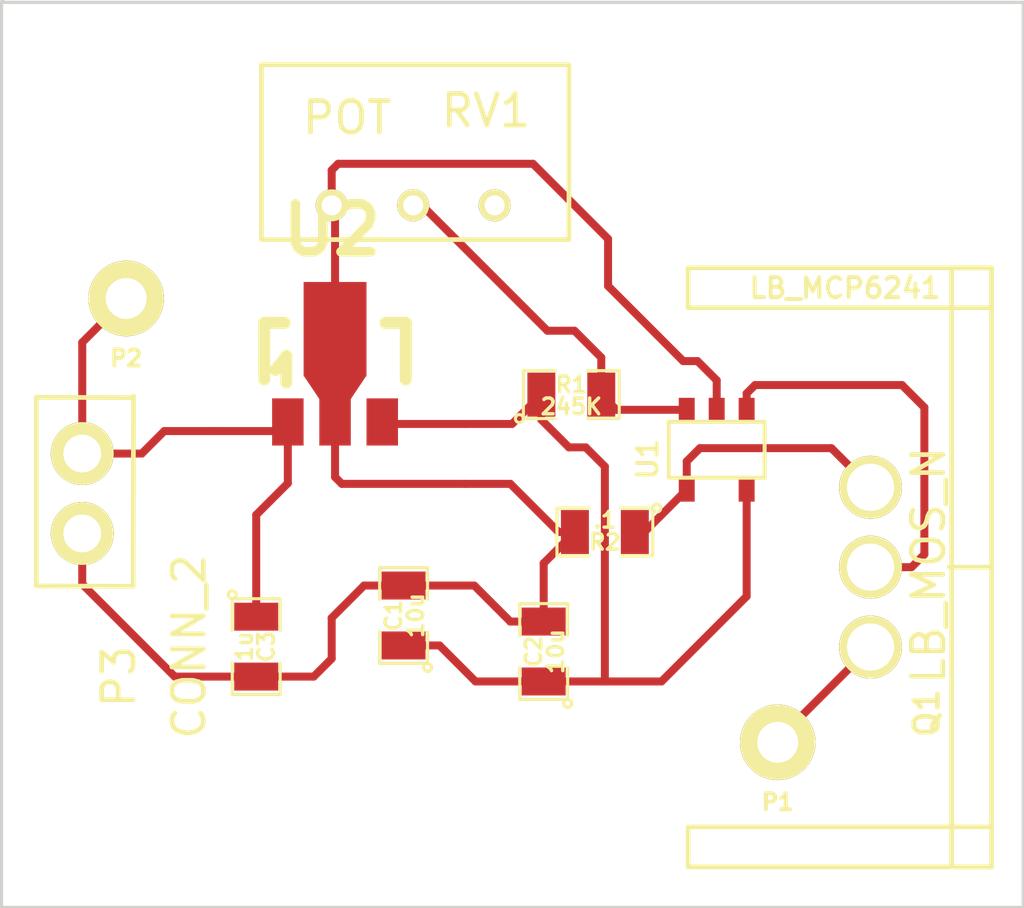
<source format=kicad_pcb>
(kicad_pcb (version 3) (host pcbnew "(2013-07-07 BZR 4022)-stable")

  (general
    (links 22)
    (no_connects 0)
    (area 70.016799 40.39254 101.052061 66.732141)
    (thickness 1.6)
    (drawings 5)
    (tracks 80)
    (zones 0)
    (modules 12)
    (nets 8)
  )

  (page A3)
  (layers
    (15 F.Cu signal)
    (0 B.Cu signal)
    (16 B.Adhes user)
    (17 F.Adhes user)
    (18 B.Paste user)
    (19 F.Paste user)
    (20 B.SilkS user)
    (21 F.SilkS user)
    (22 B.Mask user)
    (23 F.Mask user)
    (24 Dwgs.User user)
    (25 Cmts.User user)
    (26 Eco1.User user)
    (27 Eco2.User user)
    (28 Edge.Cuts user)
  )

  (setup
    (last_trace_width 0.254)
    (user_trace_width 0.32)
    (trace_clearance 0.254)
    (zone_clearance 0.508)
    (zone_45_only no)
    (trace_min 0.254)
    (segment_width 0.2)
    (edge_width 0.1)
    (via_size 0.889)
    (via_drill 0.635)
    (via_min_size 0.889)
    (via_min_drill 0.508)
    (uvia_size 0.508)
    (uvia_drill 0.127)
    (uvias_allowed no)
    (uvia_min_size 0.508)
    (uvia_min_drill 0.127)
    (pcb_text_width 0.3)
    (pcb_text_size 1.5 1.5)
    (mod_edge_width 0.15)
    (mod_text_size 1 1)
    (mod_text_width 0.15)
    (pad_size 1.5 1.5)
    (pad_drill 0.6)
    (pad_to_mask_clearance 0)
    (aux_axis_origin 0 0)
    (visible_elements 7FFFFFFF)
    (pcbplotparams
      (layerselection 268468225)
      (usegerberextensions true)
      (excludeedgelayer true)
      (linewidth 0.150000)
      (plotframeref false)
      (viasonmask false)
      (mode 1)
      (useauxorigin false)
      (hpglpennumber 1)
      (hpglpenspeed 20)
      (hpglpendiameter 15)
      (hpglpenoverlay 2)
      (psnegative false)
      (psa4output false)
      (plotreference true)
      (plotvalue true)
      (plotothertext true)
      (plotinvisibletext false)
      (padsonsilk false)
      (subtractmaskfromsilk false)
      (outputformat 1)
      (mirror false)
      (drillshape 0)
      (scaleselection 1)
      (outputdirectory "//psf/Home/Documents/Lettuce Buddy HW/LadyBug Hydro/Ladybug LED/Kicad/Gerbers 1/"))
  )

  (net 0 "")
  (net 1 /5V)
  (net 2 /9V)
  (net 3 /Vin+)
  (net 4 /Vin-)
  (net 5 /Vout)
  (net 6 /to_LED)
  (net 7 GND)

  (net_class Default "This is the default net class."
    (clearance 0.254)
    (trace_width 0.254)
    (via_dia 0.889)
    (via_drill 0.635)
    (uvia_dia 0.508)
    (uvia_drill 0.127)
    (add_net "")
    (add_net /5V)
    (add_net /9V)
    (add_net /Vin+)
    (add_net /Vin-)
    (add_net /Vout)
    (add_net /to_LED)
    (add_net GND)
  )

  (module SOT23-5 (layer F.Cu) (tedit 55203CD7) (tstamp 55202A29)
    (at 91.98102 53.13934 180)
    (path /55202913)
    (attr smd)
    (fp_text reference U1 (at 2.19964 -0.29972 270) (layer F.SilkS)
      (effects (font (size 0.635 0.635) (thickness 0.127)))
    )
    (fp_text value LB_MCP6241 (at -4.07924 5.14096 180) (layer F.SilkS)
      (effects (font (size 0.635 0.635) (thickness 0.127)))
    )
    (fp_line (start 1.524 -0.889) (end 1.524 0.889) (layer F.SilkS) (width 0.127))
    (fp_line (start 1.524 0.889) (end -1.524 0.889) (layer F.SilkS) (width 0.127))
    (fp_line (start -1.524 0.889) (end -1.524 -0.889) (layer F.SilkS) (width 0.127))
    (fp_line (start -1.524 -0.889) (end 1.524 -0.889) (layer F.SilkS) (width 0.127))
    (pad 1 smd rect (at -0.9525 1.27 180) (size 0.508 0.762)
      (layers F.Cu F.Paste F.Mask)
      (net 5 /Vout)
    )
    (pad 3 smd rect (at 0.9525 1.27 180) (size 0.508 0.762)
      (layers F.Cu F.Paste F.Mask)
      (net 3 /Vin+)
    )
    (pad 5 smd rect (at -0.9525 -1.27 180) (size 0.508 0.762)
      (layers F.Cu F.Paste F.Mask)
      (net 1 /5V)
    )
    (pad 2 smd rect (at 0 1.27 180) (size 0.508 0.762)
      (layers F.Cu F.Paste F.Mask)
      (net 7 GND)
    )
    (pad 4 smd rect (at 0.9525 -1.27 180) (size 0.508 0.762)
      (layers F.Cu F.Paste F.Mask)
      (net 4 /Vin-)
    )
    (model smd/SOT23_5.wrl
      (at (xyz 0 0 0))
      (scale (xyz 0.1 0.1 0.1))
      (rotate (xyz 0 0 0))
    )
  )

  (module SM0805 (layer F.Cu) (tedit 5091495C) (tstamp 55202A36)
    (at 88.42502 55.75554 180)
    (path /54E71821)
    (attr smd)
    (fp_text reference R2 (at 0 -0.3175 180) (layer F.SilkS)
      (effects (font (size 0.50038 0.50038) (thickness 0.10922)))
    )
    (fp_text value .1 (at 0 0.381 180) (layer F.SilkS)
      (effects (font (size 0.50038 0.50038) (thickness 0.10922)))
    )
    (fp_circle (center -1.651 0.762) (end -1.651 0.635) (layer F.SilkS) (width 0.09906))
    (fp_line (start -0.508 0.762) (end -1.524 0.762) (layer F.SilkS) (width 0.09906))
    (fp_line (start -1.524 0.762) (end -1.524 -0.762) (layer F.SilkS) (width 0.09906))
    (fp_line (start -1.524 -0.762) (end -0.508 -0.762) (layer F.SilkS) (width 0.09906))
    (fp_line (start 0.508 -0.762) (end 1.524 -0.762) (layer F.SilkS) (width 0.09906))
    (fp_line (start 1.524 -0.762) (end 1.524 0.762) (layer F.SilkS) (width 0.09906))
    (fp_line (start 1.524 0.762) (end 0.508 0.762) (layer F.SilkS) (width 0.09906))
    (pad 1 smd rect (at -0.9525 0 180) (size 0.889 1.397)
      (layers F.Cu F.Paste F.Mask)
      (net 4 /Vin-)
    )
    (pad 2 smd rect (at 0.9525 0 180) (size 0.889 1.397)
      (layers F.Cu F.Paste F.Mask)
      (net 7 GND)
    )
    (model smd/chip_cms.wrl
      (at (xyz 0 0 0))
      (scale (xyz 0.1 0.1 0.1))
      (rotate (xyz 0 0 0))
    )
  )

  (module SM0805 (layer F.Cu) (tedit 5091495C) (tstamp 55202A43)
    (at 82.02422 58.40984 90)
    (path /54E85FD0)
    (attr smd)
    (fp_text reference C1 (at 0 -0.3175 90) (layer F.SilkS)
      (effects (font (size 0.50038 0.50038) (thickness 0.10922)))
    )
    (fp_text value 10u (at 0 0.381 90) (layer F.SilkS)
      (effects (font (size 0.50038 0.50038) (thickness 0.10922)))
    )
    (fp_circle (center -1.651 0.762) (end -1.651 0.635) (layer F.SilkS) (width 0.09906))
    (fp_line (start -0.508 0.762) (end -1.524 0.762) (layer F.SilkS) (width 0.09906))
    (fp_line (start -1.524 0.762) (end -1.524 -0.762) (layer F.SilkS) (width 0.09906))
    (fp_line (start -1.524 -0.762) (end -0.508 -0.762) (layer F.SilkS) (width 0.09906))
    (fp_line (start 0.508 -0.762) (end 1.524 -0.762) (layer F.SilkS) (width 0.09906))
    (fp_line (start 1.524 -0.762) (end 1.524 0.762) (layer F.SilkS) (width 0.09906))
    (fp_line (start 1.524 0.762) (end 0.508 0.762) (layer F.SilkS) (width 0.09906))
    (pad 1 smd rect (at -0.9525 0 90) (size 0.889 1.397)
      (layers F.Cu F.Paste F.Mask)
      (net 1 /5V)
    )
    (pad 2 smd rect (at 0.9525 0 90) (size 0.889 1.397)
      (layers F.Cu F.Paste F.Mask)
      (net 7 GND)
    )
    (model smd/chip_cms.wrl
      (at (xyz 0 0 0))
      (scale (xyz 0.1 0.1 0.1))
      (rotate (xyz 0 0 0))
    )
  )

  (module SM0805 (layer F.Cu) (tedit 5091495C) (tstamp 55202A50)
    (at 77.33792 59.40044 270)
    (path /54E85FDD)
    (attr smd)
    (fp_text reference C3 (at 0 -0.3175 270) (layer F.SilkS)
      (effects (font (size 0.50038 0.50038) (thickness 0.10922)))
    )
    (fp_text value 1u (at 0 0.381 270) (layer F.SilkS)
      (effects (font (size 0.50038 0.50038) (thickness 0.10922)))
    )
    (fp_circle (center -1.651 0.762) (end -1.651 0.635) (layer F.SilkS) (width 0.09906))
    (fp_line (start -0.508 0.762) (end -1.524 0.762) (layer F.SilkS) (width 0.09906))
    (fp_line (start -1.524 0.762) (end -1.524 -0.762) (layer F.SilkS) (width 0.09906))
    (fp_line (start -1.524 -0.762) (end -0.508 -0.762) (layer F.SilkS) (width 0.09906))
    (fp_line (start 0.508 -0.762) (end 1.524 -0.762) (layer F.SilkS) (width 0.09906))
    (fp_line (start 1.524 -0.762) (end 1.524 0.762) (layer F.SilkS) (width 0.09906))
    (fp_line (start 1.524 0.762) (end 0.508 0.762) (layer F.SilkS) (width 0.09906))
    (pad 1 smd rect (at -0.9525 0 270) (size 0.889 1.397)
      (layers F.Cu F.Paste F.Mask)
      (net 2 /9V)
    )
    (pad 2 smd rect (at 0.9525 0 270) (size 0.889 1.397)
      (layers F.Cu F.Paste F.Mask)
      (net 7 GND)
    )
    (model smd/chip_cms.wrl
      (at (xyz 0 0 0))
      (scale (xyz 0.1 0.1 0.1))
      (rotate (xyz 0 0 0))
    )
  )

  (module SM0805 (layer F.Cu) (tedit 5091495C) (tstamp 55202A5D)
    (at 87.35822 51.38674)
    (path /54E87D2C)
    (attr smd)
    (fp_text reference R1 (at 0 -0.3175) (layer F.SilkS)
      (effects (font (size 0.50038 0.50038) (thickness 0.10922)))
    )
    (fp_text value 245K (at 0 0.381) (layer F.SilkS)
      (effects (font (size 0.50038 0.50038) (thickness 0.10922)))
    )
    (fp_circle (center -1.651 0.762) (end -1.651 0.635) (layer F.SilkS) (width 0.09906))
    (fp_line (start -0.508 0.762) (end -1.524 0.762) (layer F.SilkS) (width 0.09906))
    (fp_line (start -1.524 0.762) (end -1.524 -0.762) (layer F.SilkS) (width 0.09906))
    (fp_line (start -1.524 -0.762) (end -0.508 -0.762) (layer F.SilkS) (width 0.09906))
    (fp_line (start 0.508 -0.762) (end 1.524 -0.762) (layer F.SilkS) (width 0.09906))
    (fp_line (start 1.524 -0.762) (end 1.524 0.762) (layer F.SilkS) (width 0.09906))
    (fp_line (start 1.524 0.762) (end 0.508 0.762) (layer F.SilkS) (width 0.09906))
    (pad 1 smd rect (at -0.9525 0) (size 0.889 1.397)
      (layers F.Cu F.Paste F.Mask)
      (net 1 /5V)
    )
    (pad 2 smd rect (at 0.9525 0) (size 0.889 1.397)
      (layers F.Cu F.Paste F.Mask)
      (net 3 /Vin+)
    )
    (model smd/chip_cms.wrl
      (at (xyz 0 0 0))
      (scale (xyz 0.1 0.1 0.1))
      (rotate (xyz 0 0 0))
    )
  )

  (module SM0805 (layer F.Cu) (tedit 5091495C) (tstamp 55202A6A)
    (at 86.47938 59.55538 90)
    (path /54E87E8C)
    (attr smd)
    (fp_text reference C2 (at 0 -0.3175 90) (layer F.SilkS)
      (effects (font (size 0.50038 0.50038) (thickness 0.10922)))
    )
    (fp_text value 10u (at 0 0.381 90) (layer F.SilkS)
      (effects (font (size 0.50038 0.50038) (thickness 0.10922)))
    )
    (fp_circle (center -1.651 0.762) (end -1.651 0.635) (layer F.SilkS) (width 0.09906))
    (fp_line (start -0.508 0.762) (end -1.524 0.762) (layer F.SilkS) (width 0.09906))
    (fp_line (start -1.524 0.762) (end -1.524 -0.762) (layer F.SilkS) (width 0.09906))
    (fp_line (start -1.524 -0.762) (end -0.508 -0.762) (layer F.SilkS) (width 0.09906))
    (fp_line (start 0.508 -0.762) (end 1.524 -0.762) (layer F.SilkS) (width 0.09906))
    (fp_line (start 1.524 -0.762) (end 1.524 0.762) (layer F.SilkS) (width 0.09906))
    (fp_line (start 1.524 0.762) (end 0.508 0.762) (layer F.SilkS) (width 0.09906))
    (pad 1 smd rect (at -0.9525 0 90) (size 0.889 1.397)
      (layers F.Cu F.Paste F.Mask)
      (net 1 /5V)
    )
    (pad 2 smd rect (at 0.9525 0 90) (size 0.889 1.397)
      (layers F.Cu F.Paste F.Mask)
      (net 7 GND)
    )
    (model smd/chip_cms.wrl
      (at (xyz 0 0 0))
      (scale (xyz 0.1 0.1 0.1))
      (rotate (xyz 0 0 0))
    )
  )

  (module LB_TestPoint (layer F.Cu) (tedit 5513D7A3) (tstamp 55202A6F)
    (at 93.92158 62.44336)
    (path /54E7344B)
    (fp_text reference P1 (at 0 1.9) (layer F.SilkS)
      (effects (font (size 0.508 0.508) (thickness 0.127)))
    )
    (fp_text value CONN_1 (at 0 -0.1) (layer F.SilkS)
      (effects (font (size 0.254 0.254) (thickness 0.0635)))
    )
    (pad 1 thru_hole circle (at 0 0) (size 2.4 2.4) (drill 1.3)
      (layers *.Cu *.Mask F.SilkS)
      (net 6 /to_LED)
    )
  )

  (module LB_TestPoint (layer F.Cu) (tedit 5513D7A3) (tstamp 55202A74)
    (at 73.2028 48.32858)
    (path /54E73458)
    (fp_text reference P2 (at 0 1.9) (layer F.SilkS)
      (effects (font (size 0.508 0.508) (thickness 0.127)))
    )
    (fp_text value CONN_1 (at 0 -0.1) (layer F.SilkS)
      (effects (font (size 0.254 0.254) (thickness 0.0635)))
    )
    (pad 1 thru_hole circle (at 0 0) (size 2.4 2.4) (drill 1.3)
      (layers *.Cu *.Mask F.SilkS)
      (net 2 /9V)
    )
  )

  (module LB_SOT89_3 (layer F.Cu) (tedit 53EBF0A3) (tstamp 55202A84)
    (at 79.8449 50.40376)
    (descr "SOT89-3, Housing,")
    (tags "SOT89-3, Housing,")
    (path /55202ABC)
    (attr smd)
    (fp_text reference U2 (at -0.09906 -4.24942) (layer F.SilkS)
      (effects (font (size 1.524 1.524) (thickness 0.3048)))
    )
    (fp_text value LB_7805 (at -0.20066 4.59994) (layer F.SilkS) hide
      (effects (font (size 1.524 1.524) (thickness 0.3048)))
    )
    (fp_line (start -1.89992 0.20066) (end -1.651 -0.09906) (layer F.SilkS) (width 0.381))
    (fp_line (start -1.651 -0.09906) (end -1.5494 -0.24892) (layer F.SilkS) (width 0.381))
    (fp_line (start -1.5494 -0.24892) (end -1.5494 0.59944) (layer F.SilkS) (width 0.381))
    (fp_line (start -2.25044 -1.30048) (end -2.25044 0.50038) (layer F.SilkS) (width 0.381))
    (fp_line (start -2.25044 -1.30048) (end -1.6002 -1.30048) (layer F.SilkS) (width 0.381))
    (fp_line (start 2.25044 -1.30048) (end 2.25044 0.50038) (layer F.SilkS) (width 0.381))
    (fp_line (start 2.25044 -1.30048) (end 1.6002 -1.30048) (layer F.SilkS) (width 0.381))
    (pad 1 smd rect (at -1.50114 1.85166) (size 1.00076 1.50114)
      (layers F.Cu F.Paste F.Mask)
      (net 2 /9V)
    )
    (pad 2 smd rect (at 0 1.85166) (size 1.00076 1.50114)
      (layers F.Cu F.Paste F.Mask)
      (net 7 GND)
    )
    (pad 3 smd rect (at 1.50114 1.85166) (size 1.00076 1.50114)
      (layers F.Cu F.Paste F.Mask)
      (net 1 /5V)
    )
    (pad 2 smd rect (at 0 -1.09982) (size 1.99898 2.99974)
      (layers F.Cu F.Paste F.Mask)
      (net 7 GND)
    )
    (pad 2 smd trapezoid (at 0 0.7493 180) (size 1.50114 0.7493) (rect_delta 0 0.50038 )
      (layers F.Cu F.Paste F.Mask)
      (net 7 GND)
    )
    (model SOT89-3_SOT89-5_Housing_Wings3d_RevA_02Sep2012/SOT89-3_Housing_Faktor03937_RevA_02Sep2012.wrl
      (at (xyz 0 0 0))
      (scale (xyz 0.3937 0.3937 0.3937))
      (rotate (xyz 0 0 0))
    )
  )

  (module LB_POT (layer F.Cu) (tedit 5520492A) (tstamp 55202A8F)
    (at 77.50302 40.89654)
    (path /54E87D0E)
    (fp_text reference RV1 (at 7.14248 1.4605) (layer F.SilkS)
      (effects (font (size 1 1) (thickness 0.15)))
    )
    (fp_text value POT (at 2.72796 1.68402) (layer F.SilkS)
      (effects (font (size 1 1) (thickness 0.15)))
    )
    (fp_line (start 0 0) (end 0 5.56) (layer F.SilkS) (width 0.15))
    (fp_line (start 0 5.56) (end 9.78 5.56) (layer F.SilkS) (width 0.15))
    (fp_line (start 9.78 5.56) (end 9.78 0) (layer F.SilkS) (width 0.15))
    (fp_line (start 9.78 0) (end 0 0) (layer F.SilkS) (width 0.15))
    (pad 1 thru_hole circle (at 2.2352 4.4704) (size 1.016 1.016) (drill 0.635)
      (layers *.Cu *.Mask F.SilkS)
      (net 7 GND)
    )
    (pad 2 thru_hole circle (at 4.826 4.4704) (size 1.016 1.016) (drill 0.635)
      (layers *.Cu *.Mask F.SilkS)
      (net 3 /Vin+)
    )
    (pad 3 thru_hole circle (at 7.4168 4.4704) (size 1.016 1.016) (drill 0.635)
      (layers *.Cu *.Mask F.SilkS)
    )
  )

  (module LB_LED_HEAT_SINK_MOSFET (layer F.Cu) (tedit 55203CCB) (tstamp 55202AA2)
    (at 96.87306 56.87314 270)
    (path /5520295F)
    (fp_text reference Q1 (at 4.63804 -1.78816 270) (layer F.SilkS)
      (effects (font (size 0.75 0.75) (thickness 0.15)))
    )
    (fp_text value LB_MOS_N (at -0.05588 -1.84404 270) (layer F.SilkS)
      (effects (font (size 1 1) (thickness 0.15)))
    )
    (fp_line (start 0 -3.85) (end 0 -2.5) (layer F.SilkS) (width 0.15))
    (fp_line (start 9.53 -3.85) (end 9.53 5.8) (layer F.SilkS) (width 0.15))
    (fp_line (start 9.53 5.8) (end 8.26 5.8) (layer F.SilkS) (width 0.15))
    (fp_line (start 8.26 5.8) (end 8.26 -3.85) (layer F.SilkS) (width 0.15))
    (fp_line (start -9.52 -3.85) (end -9.52 5.8) (layer F.SilkS) (width 0.15))
    (fp_line (start -9.52 5.8) (end -8.25 5.8) (layer F.SilkS) (width 0.15))
    (fp_line (start -8.25 5.8) (end -8.25 -3.85) (layer F.SilkS) (width 0.15))
    (fp_line (start -8.25 -3.85) (end -9.52 -3.85) (layer F.SilkS) (width 0.15))
    (fp_line (start -9.52 -3.85) (end 9.53 -3.85) (layer F.SilkS) (width 0.15))
    (fp_line (start 9.53 -3.85) (end 9.53 -2.58) (layer F.SilkS) (width 0.15))
    (fp_line (start 9.53 -2.58) (end -9.52 -2.58) (layer F.SilkS) (width 0.15))
    (fp_line (start -9.52 -2.58) (end -9.52 -3.85) (layer F.SilkS) (width 0.15))
    (pad 1 thru_hole circle (at 0 0 270) (size 2 2) (drill 1.5)
      (layers *.Cu *.Mask F.SilkS)
      (net 5 /Vout)
    )
    (pad 2 thru_hole circle (at 2.54 0 270) (size 2 2) (drill 1.5)
      (layers *.Cu *.Mask F.SilkS)
      (net 6 /to_LED)
    )
    (pad 3 thru_hole circle (at -2.54 0 270) (size 2 2) (drill 1.5)
      (layers *.Cu *.Mask F.SilkS)
      (net 4 /Vin-)
    )
  )

  (module LB_CONN_2 (layer F.Cu) (tedit 55204938) (tstamp 55204473)
    (at 71.8058 55.80126 270)
    (path /54E71838)
    (fp_text reference P3 (at 4.54914 -1.16078 270) (layer F.SilkS)
      (effects (font (size 1 1) (thickness 0.15)))
    )
    (fp_text value CONN_2 (at 3.59918 -3.39598 270) (layer F.SilkS)
      (effects (font (size 1 1) (thickness 0.15)))
    )
    (fp_line (start -4.38 -1.63) (end 1.68 -1.62) (layer F.SilkS) (width 0.15))
    (fp_line (start 1.68 -1.62) (end 1.67 1.46) (layer F.SilkS) (width 0.15))
    (fp_line (start 1.67 1.46) (end -4.33 1.46) (layer F.SilkS) (width 0.15))
    (fp_line (start -4.33 1.46) (end -4.32 -1.59) (layer F.SilkS) (width 0.15))
    (pad 1 thru_hole circle (at -2.54 0 270) (size 2 2) (drill 1.2)
      (layers *.Cu *.Mask F.SilkS)
      (net 2 /9V)
    )
    (pad 2 thru_hole circle (at 0 0 270) (size 2 2) (drill 1.2)
      (layers *.Cu *.Mask F.SilkS)
      (net 7 GND)
    )
  )

  (gr_line (start 69.2404 38.8874) (end 69.3166 38.8874) (angle 90) (layer Edge.Cuts) (width 0.1))
  (gr_line (start 69.2404 67.691) (end 69.2404 38.8874) (angle 90) (layer Edge.Cuts) (width 0.1))
  (gr_line (start 101.727 67.691) (end 69.2404 67.691) (angle 90) (layer Edge.Cuts) (width 0.1))
  (gr_line (start 101.727 38.9128) (end 101.727 67.691) (angle 90) (layer Edge.Cuts) (width 0.1))
  (gr_line (start 69.2404 38.9128) (end 101.727 38.9128) (angle 90) (layer Edge.Cuts) (width 0.1))

  (segment (start 82.02422 59.36234) (end 83.16722 59.36234) (width 0.254) (layer F.Cu) (net 1))
  (segment (start 84.31276 60.50788) (end 86.47938 60.50788) (width 0.254) (layer F.Cu) (net 1) (tstamp 55204BC5))
  (segment (start 83.16722 59.36234) (end 84.31276 60.50788) (width 0.254) (layer F.Cu) (net 1) (tstamp 55204BC3))
  (segment (start 83.99526 52.31892) (end 81.40954 52.31892) (width 0.254) (layer F.Cu) (net 1))
  (segment (start 81.40954 52.31892) (end 81.34604 52.25542) (width 0.254) (layer F.Cu) (net 1) (tstamp 552047D3))
  (segment (start 83.99526 52.31892) (end 85.47354 52.31892) (width 0.254) (layer F.Cu) (net 1))
  (segment (start 85.47354 52.31892) (end 86.40572 51.38674) (width 0.254) (layer F.Cu) (net 1) (tstamp 552047D0))
  (segment (start 88.42502 60.50788) (end 88.42502 53.67274) (width 0.254) (layer F.Cu) (net 1))
  (segment (start 86.40572 52.18684) (end 86.40572 51.38674) (width 0.254) (layer F.Cu) (net 1) (tstamp 552047C5))
  (segment (start 87.28202 53.06314) (end 86.40572 52.18684) (width 0.254) (layer F.Cu) (net 1) (tstamp 552047C3))
  (segment (start 87.81542 53.06314) (end 87.28202 53.06314) (width 0.254) (layer F.Cu) (net 1) (tstamp 552047BE))
  (segment (start 88.42502 53.67274) (end 87.81542 53.06314) (width 0.254) (layer F.Cu) (net 1) (tstamp 552047BD))
  (segment (start 92.93352 54.40934) (end 92.93352 57.80024) (width 0.254) (layer F.Cu) (net 1))
  (segment (start 90.22588 60.50788) (end 88.42502 60.50788) (width 0.254) (layer F.Cu) (net 1) (tstamp 552047A8))
  (segment (start 88.42502 60.50788) (end 86.47938 60.50788) (width 0.254) (layer F.Cu) (net 1) (tstamp 552047BB))
  (segment (start 92.93352 57.80024) (end 90.22588 60.50788) (width 0.254) (layer F.Cu) (net 1) (tstamp 5520479F))
  (segment (start 77.33792 58.44794) (end 77.33792 55.20944) (width 0.254) (layer F.Cu) (net 2))
  (segment (start 78.34376 54.2036) (end 78.34376 52.25542) (width 0.254) (layer F.Cu) (net 2) (tstamp 55204BD0))
  (segment (start 77.33792 55.20944) (end 78.34376 54.2036) (width 0.254) (layer F.Cu) (net 2) (tstamp 55204BCF))
  (segment (start 71.8058 53.26126) (end 71.8058 49.72558) (width 0.254) (layer F.Cu) (net 2))
  (segment (start 71.8058 49.72558) (end 73.2028 48.32858) (width 0.254) (layer F.Cu) (net 2) (tstamp 5520480B))
  (segment (start 76.03236 52.54498) (end 78.0542 52.54498) (width 0.254) (layer F.Cu) (net 2))
  (segment (start 78.0542 52.54498) (end 78.34376 52.25542) (width 0.254) (layer F.Cu) (net 2) (tstamp 55204808))
  (segment (start 71.8058 53.26126) (end 73.6981 53.26126) (width 0.254) (layer F.Cu) (net 2))
  (segment (start 74.41438 52.54498) (end 76.03236 52.54498) (width 0.254) (layer F.Cu) (net 2) (tstamp 55204805))
  (segment (start 73.6981 53.26126) (end 74.41438 52.54498) (width 0.254) (layer F.Cu) (net 2) (tstamp 55204803))
  (segment (start 82.32902 45.36694) (end 82.60842 45.36694) (width 0.254) (layer F.Cu) (net 3))
  (segment (start 88.31072 50.20564) (end 88.31072 51.38674) (width 0.254) (layer F.Cu) (net 3) (tstamp 552048A3))
  (segment (start 87.45982 49.35474) (end 88.31072 50.20564) (width 0.254) (layer F.Cu) (net 3) (tstamp 5520489D))
  (segment (start 86.59622 49.35474) (end 87.45982 49.35474) (width 0.254) (layer F.Cu) (net 3) (tstamp 5520489C))
  (segment (start 82.60842 45.36694) (end 86.59622 49.35474) (width 0.254) (layer F.Cu) (net 3) (tstamp 55204895))
  (segment (start 91.02852 51.86934) (end 88.79332 51.86934) (width 0.254) (layer F.Cu) (net 3))
  (segment (start 88.79332 51.86934) (end 88.31072 51.38674) (width 0.254) (layer F.Cu) (net 3) (tstamp 55204767))
  (segment (start 89.37752 55.75554) (end 89.68232 55.75554) (width 0.254) (layer F.Cu) (net 4))
  (segment (start 89.68232 55.75554) (end 91.02852 54.40934) (width 0.254) (layer F.Cu) (net 4) (tstamp 55204789))
  (segment (start 91.02852 54.40934) (end 91.02852 53.50764) (width 0.254) (layer F.Cu) (net 4))
  (segment (start 95.62846 53.08854) (end 96.87306 54.33314) (width 0.254) (layer F.Cu) (net 4) (tstamp 5520473F))
  (segment (start 91.44762 53.08854) (end 95.62846 53.08854) (width 0.254) (layer F.Cu) (net 4) (tstamp 5520473C))
  (segment (start 91.02852 53.50764) (end 91.44762 53.08854) (width 0.254) (layer F.Cu) (net 4) (tstamp 55204736))
  (segment (start 96.87306 56.87314) (end 98.17862 56.87314) (width 0.254) (layer F.Cu) (net 5))
  (segment (start 92.93352 51.34864) (end 92.93352 51.86934) (width 0.254) (layer F.Cu) (net 5) (tstamp 55204760))
  (segment (start 93.20022 51.08194) (end 92.93352 51.34864) (width 0.254) (layer F.Cu) (net 5) (tstamp 5520475D))
  (segment (start 97.87382 51.08194) (end 93.20022 51.08194) (width 0.254) (layer F.Cu) (net 5) (tstamp 55204759))
  (segment (start 98.58502 51.79314) (end 97.87382 51.08194) (width 0.254) (layer F.Cu) (net 5) (tstamp 55204754))
  (segment (start 98.58502 56.46674) (end 98.58502 51.79314) (width 0.254) (layer F.Cu) (net 5) (tstamp 55204752))
  (segment (start 98.17862 56.87314) (end 98.58502 56.46674) (width 0.254) (layer F.Cu) (net 5) (tstamp 5520474F))
  (segment (start 93.92158 62.44336) (end 93.92158 62.36462) (width 0.254) (layer F.Cu) (net 6))
  (segment (start 93.92158 62.36462) (end 96.87306 59.41314) (width 0.254) (layer F.Cu) (net 6) (tstamp 55204838))
  (segment (start 77.33792 60.35294) (end 79.16672 60.35294) (width 0.254) (layer F.Cu) (net 7))
  (segment (start 80.76692 57.45734) (end 82.02422 57.45734) (width 0.254) (layer F.Cu) (net 7) (tstamp 55204BDC))
  (segment (start 79.73822 58.48604) (end 80.76692 57.45734) (width 0.254) (layer F.Cu) (net 7) (tstamp 55204BDB))
  (segment (start 79.73822 59.78144) (end 79.73822 58.48604) (width 0.254) (layer F.Cu) (net 7) (tstamp 55204BDA))
  (segment (start 79.16672 60.35294) (end 79.73822 59.78144) (width 0.254) (layer F.Cu) (net 7) (tstamp 55204BD9))
  (segment (start 77.33792 60.35294) (end 74.74712 60.35294) (width 0.254) (layer F.Cu) (net 7))
  (segment (start 71.8058 57.41162) (end 71.8058 55.80126) (width 0.254) (layer F.Cu) (net 7) (tstamp 55204BD5))
  (segment (start 74.74712 60.35294) (end 71.8058 57.41162) (width 0.254) (layer F.Cu) (net 7) (tstamp 55204BD3))
  (segment (start 86.47938 58.60288) (end 85.41766 58.60288) (width 0.254) (layer F.Cu) (net 7))
  (segment (start 85.41766 58.60288) (end 84.27212 57.45734) (width 0.254) (layer F.Cu) (net 7) (tstamp 55204BC9))
  (segment (start 84.27212 57.45734) (end 82.02422 57.45734) (width 0.254) (layer F.Cu) (net 7) (tstamp 55204BCB))
  (segment (start 79.8449 51.15306) (end 79.8449 49.30394) (width 0.254) (layer F.Cu) (net 7))
  (segment (start 79.73822 45.36694) (end 79.73822 44.24934) (width 0.254) (layer F.Cu) (net 7))
  (segment (start 91.98102 50.92954) (end 91.98102 51.86934) (width 0.254) (layer F.Cu) (net 7) (tstamp 552048C8))
  (segment (start 91.37142 50.31994) (end 91.98102 50.92954) (width 0.254) (layer F.Cu) (net 7) (tstamp 552048C6))
  (segment (start 90.91422 50.31994) (end 91.37142 50.31994) (width 0.254) (layer F.Cu) (net 7) (tstamp 552048C3))
  (segment (start 88.52662 47.93234) (end 90.91422 50.31994) (width 0.254) (layer F.Cu) (net 7) (tstamp 552048BF))
  (segment (start 88.52662 46.43374) (end 88.52662 47.93234) (width 0.254) (layer F.Cu) (net 7) (tstamp 552048B9))
  (segment (start 86.13902 44.04614) (end 88.52662 46.43374) (width 0.254) (layer F.Cu) (net 7) (tstamp 552048B2))
  (segment (start 79.94142 44.04614) (end 86.13902 44.04614) (width 0.254) (layer F.Cu) (net 7) (tstamp 552048AF))
  (segment (start 79.73822 44.24934) (end 79.94142 44.04614) (width 0.254) (layer F.Cu) (net 7) (tstamp 552048AD))
  (segment (start 79.8449 49.30394) (end 79.8449 45.47362) (width 0.254) (layer F.Cu) (net 7))
  (segment (start 79.8449 45.47362) (end 79.73822 45.36694) (width 0.254) (layer F.Cu) (net 7) (tstamp 55204891))
  (segment (start 87.47252 55.75554) (end 86.95182 55.75554) (width 0.254) (layer F.Cu) (net 7))
  (segment (start 85.4202 54.22392) (end 83.99526 54.22392) (width 0.254) (layer F.Cu) (net 7) (tstamp 5520482B))
  (segment (start 86.95182 55.75554) (end 85.4202 54.22392) (width 0.254) (layer F.Cu) (net 7) (tstamp 55204829))
  (segment (start 86.47938 58.60288) (end 86.47938 56.74868) (width 0.254) (layer F.Cu) (net 7))
  (segment (start 86.47938 56.74868) (end 87.47252 55.75554) (width 0.254) (layer F.Cu) (net 7) (tstamp 55204825))
  (segment (start 79.8449 52.25542) (end 79.8449 49.30394) (width 0.254) (layer F.Cu) (net 7))
  (segment (start 83.99526 54.22392) (end 80.0608 54.22392) (width 0.254) (layer F.Cu) (net 7))
  (segment (start 79.8449 54.00802) (end 79.8449 52.25542) (width 0.254) (layer F.Cu) (net 7) (tstamp 552047E7))
  (segment (start 80.0608 54.22392) (end 79.8449 54.00802) (width 0.254) (layer F.Cu) (net 7) (tstamp 552047E3))

)

</source>
